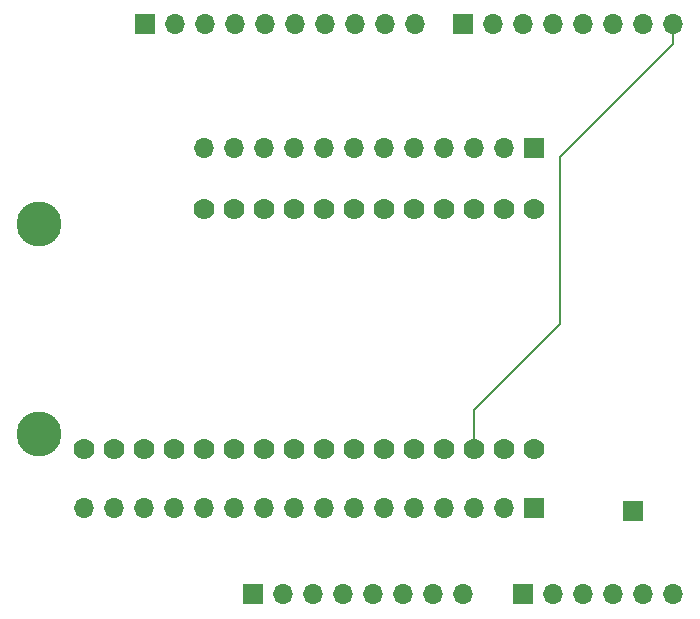
<source format=gbr>
%TF.GenerationSoftware,KiCad,Pcbnew,8.0.7*%
%TF.CreationDate,2025-01-02T12:36:52+09:00*%
%TF.ProjectId,nRF52840_UNO,6e524635-3238-4343-905f-554e4f2e6b69,rev?*%
%TF.SameCoordinates,Original*%
%TF.FileFunction,Copper,L2,Bot*%
%TF.FilePolarity,Positive*%
%FSLAX46Y46*%
G04 Gerber Fmt 4.6, Leading zero omitted, Abs format (unit mm)*
G04 Created by KiCad (PCBNEW 8.0.7) date 2025-01-02 12:36:52*
%MOMM*%
%LPD*%
G01*
G04 APERTURE LIST*
%TA.AperFunction,ComponentPad*%
%ADD10R,1.700000X1.700000*%
%TD*%
%TA.AperFunction,ComponentPad*%
%ADD11O,1.700000X1.700000*%
%TD*%
%TA.AperFunction,ComponentPad*%
%ADD12C,3.810000*%
%TD*%
%TA.AperFunction,ComponentPad*%
%ADD13C,1.778000*%
%TD*%
%TA.AperFunction,Conductor*%
%ADD14C,0.200000*%
%TD*%
G04 APERTURE END LIST*
D10*
%TO.P,TP1,1,1*%
%TO.N,GND*%
X118000000Y-72750000D03*
%TD*%
%TO.P,J6,1,Pin_1*%
%TO.N,/DFU*%
X109600000Y-72500000D03*
D11*
%TO.P,J6,2,Pin_2*%
%TO.N,/TXD*%
X107060000Y-72500000D03*
%TO.P,J6,3,Pin_3*%
%TO.N,/RXD*%
X104520000Y-72500000D03*
%TO.P,J6,4,Pin_4*%
%TO.N,/MISO*%
X101980000Y-72500000D03*
%TO.P,J6,5,Pin_5*%
%TO.N,/MOSI*%
X99440000Y-72500000D03*
%TO.P,J6,6,Pin_6*%
%TO.N,/SCK*%
X96900000Y-72500000D03*
%TO.P,J6,7,Pin_7*%
%TO.N,/A5{slash}0.29*%
X94360000Y-72500000D03*
%TO.P,J6,8,Pin_8*%
%TO.N,/A4{slash}0.28*%
X91820000Y-72500000D03*
%TO.P,J6,9,Pin_9*%
%TO.N,/A3{slash}0.05*%
X89280000Y-72500000D03*
%TO.P,J6,10,Pin_10*%
%TO.N,/A2{slash}0.04*%
X86740000Y-72500000D03*
%TO.P,J6,11,Pin_11*%
%TO.N,/A1{slash}0.03*%
X84200000Y-72500000D03*
%TO.P,J6,12,Pin_12*%
%TO.N,/A0{slash}0.02*%
X81660000Y-72500000D03*
%TO.P,J6,13,Pin_13*%
%TO.N,GND*%
X79120000Y-72500000D03*
%TO.P,J6,14,Pin_14*%
%TO.N,/AREF*%
X76580000Y-72500000D03*
%TO.P,J6,15,Pin_15*%
%TO.N,+3V3*%
X74040000Y-72500000D03*
%TO.P,J6,16,Pin_16*%
%TO.N,/~{RESET}*%
X71500000Y-72500000D03*
%TD*%
D10*
%TO.P,J5,1,Pin_1*%
%TO.N,/SDA*%
X109540000Y-42000000D03*
D11*
%TO.P,J5,2,Pin_2*%
%TO.N,/SCL*%
X107000000Y-42000000D03*
%TO.P,J5,3,Pin_3*%
%TO.N,/P0.27*%
X104460000Y-42000000D03*
%TO.P,J5,4,Pin_4*%
%TO.N,/A6{slash}P0.30*%
X101920000Y-42000000D03*
%TO.P,J5,5,Pin_5*%
%TO.N,/A7{slash}P0.31*%
X99380000Y-42000000D03*
%TO.P,J5,6,Pin_6*%
%TO.N,/P0.11*%
X96840000Y-42000000D03*
%TO.P,J5,7,Pin_7*%
%TO.N,/P0.07*%
X94300000Y-42000000D03*
%TO.P,J5,8,Pin_8*%
%TO.N,/P0.15*%
X91760000Y-42000000D03*
%TO.P,J5,9,Pin_9*%
%TO.N,/P0.16*%
X89220000Y-42000000D03*
%TO.P,J5,10,Pin_10*%
%TO.N,VBUS*%
X86680000Y-42000000D03*
%TO.P,J5,11,Pin_11*%
%TO.N,/EN*%
X84140000Y-42000000D03*
%TO.P,J5,12,Pin_12*%
%TO.N,VBAT*%
X81600000Y-42000000D03*
%TD*%
D10*
%TO.P,J1,1,Pin_1*%
%TO.N,unconnected-(J1-Pin_1-Pad1)*%
X85790000Y-79775000D03*
D11*
%TO.P,J1,2,Pin_2*%
%TO.N,+3V3*%
X88330000Y-79775000D03*
%TO.P,J1,3,Pin_3*%
%TO.N,/~{RESET}*%
X90870000Y-79775000D03*
%TO.P,J1,4,Pin_4*%
%TO.N,+3V3*%
X93410000Y-79775000D03*
%TO.P,J1,5,Pin_5*%
%TO.N,+5V*%
X95950000Y-79775000D03*
%TO.P,J1,6,Pin_6*%
%TO.N,GND*%
X98490000Y-79775000D03*
%TO.P,J1,7,Pin_7*%
X101030000Y-79775000D03*
%TO.P,J1,8,Pin_8*%
%TO.N,VCC*%
X103570000Y-79775000D03*
%TD*%
D10*
%TO.P,J4,1,Pin_1*%
%TO.N,/7*%
X103570000Y-31515000D03*
D11*
%TO.P,J4,2,Pin_2*%
%TO.N,/\u002A6*%
X106110000Y-31515000D03*
%TO.P,J4,3,Pin_3*%
%TO.N,/\u002A5*%
X108650000Y-31515000D03*
%TO.P,J4,4,Pin_4*%
%TO.N,/4*%
X111190000Y-31515000D03*
%TO.P,J4,5,Pin_5*%
%TO.N,/A6{slash}P0.30*%
X113730000Y-31515000D03*
%TO.P,J4,6,Pin_6*%
%TO.N,/P0.27*%
X116270000Y-31515000D03*
%TO.P,J4,7,Pin_7*%
%TO.N,/TXD*%
X118810000Y-31515000D03*
%TO.P,J4,8,Pin_8*%
%TO.N,/RXD*%
X121350000Y-31515000D03*
%TD*%
D10*
%TO.P,J3,1,Pin_1*%
%TO.N,/A0*%
X108650000Y-79775000D03*
D11*
%TO.P,J3,2,Pin_2*%
%TO.N,/A1*%
X111190000Y-79775000D03*
%TO.P,J3,3,Pin_3*%
%TO.N,/A2*%
X113730000Y-79775000D03*
%TO.P,J3,4,Pin_4*%
%TO.N,/A3*%
X116270000Y-79775000D03*
%TO.P,J3,5,Pin_5*%
%TO.N,/SDA{slash}A4*%
X118810000Y-79775000D03*
%TO.P,J3,6,Pin_6*%
%TO.N,/SCL{slash}A5*%
X121350000Y-79775000D03*
%TD*%
D10*
%TO.P,J2,1,Pin_1*%
%TO.N,/\u002ASCL{slash}A5*%
X76646000Y-31515000D03*
D11*
%TO.P,J2,2,Pin_2*%
%TO.N,/\u002ASDA{slash}A4*%
X79186000Y-31515000D03*
%TO.P,J2,3,Pin_3*%
%TO.N,/AREF*%
X81726000Y-31515000D03*
%TO.P,J2,4,Pin_4*%
%TO.N,GND*%
X84266000Y-31515000D03*
%TO.P,J2,5,Pin_5*%
%TO.N,/13*%
X86806000Y-31515000D03*
%TO.P,J2,6,Pin_6*%
%TO.N,/12*%
X89346000Y-31515000D03*
%TO.P,J2,7,Pin_7*%
%TO.N,/\u002A11*%
X91886000Y-31515000D03*
%TO.P,J2,8,Pin_8*%
%TO.N,/\u002A10*%
X94426000Y-31515000D03*
%TO.P,J2,9,Pin_9*%
%TO.N,/\u002A9*%
X96966000Y-31515000D03*
%TO.P,J2,10,Pin_10*%
%TO.N,/8*%
X99506000Y-31515000D03*
%TD*%
D12*
%TO.P,MS1,P$2*%
%TO.N,N/C*%
X67680000Y-66200000D03*
%TO.P,MS1,P$1*%
X67680000Y-48420000D03*
D13*
%TO.P,MS1,28,VBAT*%
%TO.N,VBAT*%
X81650000Y-47150000D03*
%TO.P,MS1,27,EN*%
%TO.N,/EN*%
X84190000Y-47150000D03*
%TO.P,MS1,26,USB*%
%TO.N,VBUS*%
X86730000Y-47150000D03*
%TO.P,MS1,25,GPIO13*%
%TO.N,/P0.16*%
X89270000Y-47150000D03*
%TO.P,MS1,24,GPIO12*%
%TO.N,/P0.15*%
X91810000Y-47150000D03*
%TO.P,MS1,23,GPIO11*%
%TO.N,/P0.07*%
X94350000Y-47150000D03*
%TO.P,MS1,22,GPIO10*%
%TO.N,/P0.11*%
X96890000Y-47150000D03*
%TO.P,MS1,21,GPIO9*%
%TO.N,/A7{slash}P0.31*%
X99430000Y-47150000D03*
%TO.P,MS1,20,GPIO6*%
%TO.N,/A6{slash}P0.30*%
X101970000Y-47150000D03*
%TO.P,MS1,19,GPIO5*%
%TO.N,/P0.27*%
X104510000Y-47150000D03*
%TO.P,MS1,18,GPIOSCL*%
%TO.N,/SCL*%
X107050000Y-47150000D03*
%TO.P,MS1,17,GPIOSDA*%
%TO.N,/SDA*%
X109590000Y-47150000D03*
%TO.P,MS1,16,NC*%
%TO.N,/DFU*%
X109590000Y-67470000D03*
%TO.P,MS1,15,GPIOTX*%
%TO.N,/TXD*%
X107050000Y-67470000D03*
%TO.P,MS1,14,GPIORX*%
%TO.N,/RXD*%
X104510000Y-67470000D03*
%TO.P,MS1,13,GPIOMISO*%
%TO.N,/MISO*%
X101970000Y-67470000D03*
%TO.P,MS1,12,GPIOMOSI*%
%TO.N,/MOSI*%
X99430000Y-67470000D03*
%TO.P,MS1,11,GPIOSCK*%
%TO.N,/SCK*%
X96890000Y-67470000D03*
%TO.P,MS1,10,GPIOA5*%
%TO.N,/A5{slash}0.29*%
X94350000Y-67470000D03*
%TO.P,MS1,9,GPIOA4*%
%TO.N,/A4{slash}0.28*%
X91810000Y-67470000D03*
%TO.P,MS1,8,GPIOA3*%
%TO.N,/A3{slash}0.05*%
X89270000Y-67470000D03*
%TO.P,MS1,7,GPIOA2*%
%TO.N,/A2{slash}0.04*%
X86730000Y-67470000D03*
%TO.P,MS1,6,GPIOA1*%
%TO.N,/A1{slash}0.03*%
X84190000Y-67470000D03*
%TO.P,MS1,5,GPIOA0*%
%TO.N,/A0{slash}0.02*%
X81650000Y-67470000D03*
%TO.P,MS1,4,GND*%
%TO.N,GND*%
X79110000Y-67470000D03*
%TO.P,MS1,3,AREF*%
%TO.N,/AREF*%
X76570000Y-67470000D03*
%TO.P,MS1,2,3V*%
%TO.N,+3V3*%
X74030000Y-67470000D03*
%TO.P,MS1,1,~{RESET}*%
%TO.N,/~{RESET}*%
X71490000Y-67470000D03*
%TD*%
D14*
%TO.N,/RXD*%
X104500000Y-64200000D02*
X104510000Y-64210000D01*
X104510000Y-64210000D02*
X104510000Y-67470000D01*
X111780000Y-56920000D02*
X104500000Y-64200000D01*
X111780000Y-42720000D02*
X111780000Y-56920000D01*
X121350000Y-31515000D02*
X121350000Y-33150000D01*
X121350000Y-33150000D02*
X111780000Y-42720000D01*
%TD*%
M02*

</source>
